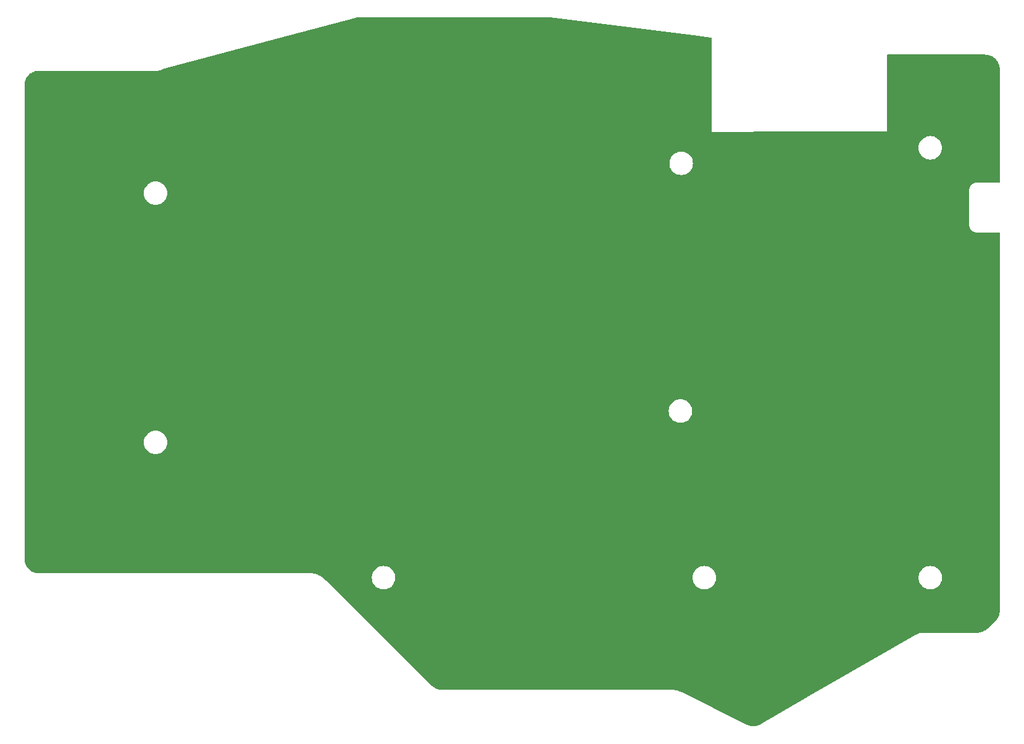
<source format=gbr>
%TF.GenerationSoftware,KiCad,Pcbnew,(5.99.0-8557-g8988e46ab1)*%
%TF.CreationDate,2021-02-27T05:51:48-07:00*%
%TF.ProjectId,SP56_Bottom,53503536-5f42-46f7-9474-6f6d2e6b6963,rev?*%
%TF.SameCoordinates,Original*%
%TF.FileFunction,Copper,L2,Bot*%
%TF.FilePolarity,Positive*%
%FSLAX46Y46*%
G04 Gerber Fmt 4.6, Leading zero omitted, Abs format (unit mm)*
G04 Created by KiCad (PCBNEW (5.99.0-8557-g8988e46ab1)) date 2021-02-27 05:51:48*
%MOMM*%
%LPD*%
G01*
G04 APERTURE LIST*
G04 APERTURE END LIST*
%TA.AperFunction,NonConductor*%
G36*
X151211136Y-34284181D02*
G01*
X151243082Y-34288587D01*
X151332671Y-34287028D01*
X151342562Y-34287245D01*
X151353619Y-34287922D01*
X151445138Y-34293526D01*
X151454981Y-34294517D01*
X151484425Y-34298657D01*
X151540462Y-34306536D01*
X151544935Y-34306525D01*
X151544941Y-34306525D01*
X151573960Y-34306451D01*
X151576999Y-34306443D01*
X151592690Y-34307384D01*
X171213249Y-36718906D01*
X173693323Y-37023727D01*
X173758495Y-37051890D01*
X173798095Y-37110816D01*
X173803952Y-37148786D01*
X173803952Y-49975000D01*
X185187148Y-49939428D01*
X197785835Y-49900057D01*
X197785836Y-49900057D01*
X197803952Y-49900000D01*
X197803952Y-39509000D01*
X197823954Y-39440879D01*
X197877610Y-39394386D01*
X197929952Y-39383000D01*
X211221444Y-39383000D01*
X211242999Y-39384857D01*
X211256810Y-39387255D01*
X211261677Y-39387340D01*
X211264677Y-39387392D01*
X211383918Y-39389474D01*
X211389894Y-39389723D01*
X211456441Y-39394084D01*
X211464643Y-39394892D01*
X211661233Y-39420774D01*
X211669360Y-39422116D01*
X211705581Y-39429320D01*
X211713678Y-39430931D01*
X211721707Y-39432803D01*
X211913264Y-39484130D01*
X211921146Y-39486521D01*
X211963943Y-39501049D01*
X211971641Y-39503946D01*
X212154855Y-39579836D01*
X212162357Y-39583235D01*
X212202893Y-39603225D01*
X212210164Y-39607112D01*
X212381882Y-39706253D01*
X212388884Y-39710607D01*
X212426473Y-39735723D01*
X212433173Y-39740525D01*
X212590485Y-39861235D01*
X212596840Y-39866451D01*
X212630842Y-39896271D01*
X212636858Y-39901906D01*
X212777045Y-40042093D01*
X212782682Y-40048111D01*
X212812497Y-40082109D01*
X212817728Y-40088482D01*
X212938440Y-40245797D01*
X212943243Y-40252500D01*
X212968344Y-40290067D01*
X212972697Y-40297068D01*
X213071838Y-40468784D01*
X213075725Y-40476056D01*
X213095716Y-40516594D01*
X213099119Y-40524104D01*
X213175002Y-40707301D01*
X213177906Y-40715017D01*
X213192429Y-40757800D01*
X213194821Y-40765684D01*
X213208327Y-40816087D01*
X213246148Y-40957237D01*
X213248016Y-40965250D01*
X213256841Y-41009617D01*
X213258177Y-41017711D01*
X213270029Y-41107736D01*
X213284060Y-41214316D01*
X213284868Y-41222519D01*
X213289228Y-41289037D01*
X213289477Y-41295027D01*
X213291640Y-41418864D01*
X213292352Y-41423283D01*
X213294349Y-41435682D01*
X213295952Y-41455719D01*
X213295952Y-56841000D01*
X213275950Y-56909121D01*
X213222294Y-56955614D01*
X213169952Y-56967000D01*
X210192438Y-56967000D01*
X210176474Y-56965985D01*
X210138588Y-56961146D01*
X210133729Y-56961279D01*
X210133724Y-56961279D01*
X210118928Y-56961685D01*
X210099245Y-56962225D01*
X210081523Y-56960895D01*
X210075796Y-56960695D01*
X210066964Y-56959114D01*
X210058046Y-56960075D01*
X210058044Y-56960075D01*
X210022229Y-56963935D01*
X210012181Y-56964613D01*
X210004403Y-56964826D01*
X210004400Y-56964826D01*
X209999922Y-56964949D01*
X209995507Y-56965705D01*
X209995500Y-56965706D01*
X209981929Y-56968031D01*
X209974157Y-56969115D01*
X209971405Y-56969412D01*
X209953001Y-56971395D01*
X209948300Y-56972655D01*
X209948293Y-56972656D01*
X209942136Y-56974306D01*
X209930803Y-56976790D01*
X209921599Y-56978367D01*
X209889925Y-56983793D01*
X209881858Y-56987731D01*
X209880397Y-56988444D01*
X209857738Y-56996920D01*
X209842949Y-57000883D01*
X209820989Y-57004726D01*
X209814597Y-57005268D01*
X209814595Y-57005269D01*
X209805654Y-57006027D01*
X209797287Y-57009264D01*
X209797282Y-57009265D01*
X209771182Y-57019363D01*
X209764242Y-57021627D01*
X209764247Y-57021642D01*
X209760010Y-57023107D01*
X209755679Y-57024268D01*
X209751552Y-57026033D01*
X209751548Y-57026034D01*
X209730849Y-57034884D01*
X209726777Y-57036542D01*
X209703294Y-57045627D01*
X209703291Y-57045628D01*
X209698753Y-57047384D01*
X209694538Y-57049817D01*
X209690147Y-57051919D01*
X209690107Y-57051836D01*
X209683653Y-57055064D01*
X209653066Y-57068142D01*
X209646134Y-57073846D01*
X209646133Y-57073847D01*
X209638225Y-57080355D01*
X209621168Y-57092178D01*
X209600081Y-57104353D01*
X209579873Y-57113743D01*
X209565388Y-57118972D01*
X209558139Y-57124268D01*
X209535543Y-57140776D01*
X209529424Y-57144761D01*
X209529433Y-57144774D01*
X209525729Y-57147279D01*
X209521839Y-57149525D01*
X209513138Y-57156360D01*
X209500589Y-57166217D01*
X209497086Y-57168871D01*
X209472834Y-57186589D01*
X209469391Y-57190032D01*
X209465699Y-57193194D01*
X209465638Y-57193123D01*
X209460243Y-57197909D01*
X209434078Y-57218462D01*
X209428860Y-57225763D01*
X209428859Y-57225765D01*
X209422901Y-57234103D01*
X209409479Y-57249943D01*
X209392267Y-57267155D01*
X209375175Y-57281459D01*
X209362540Y-57290257D01*
X209356912Y-57297245D01*
X209339353Y-57319045D01*
X209334478Y-57324473D01*
X209334490Y-57324483D01*
X209331563Y-57327859D01*
X209328383Y-57331039D01*
X209312173Y-57352670D01*
X209309485Y-57356128D01*
X209293702Y-57375723D01*
X209290640Y-57379525D01*
X209288203Y-57383747D01*
X209285454Y-57387757D01*
X209285377Y-57387704D01*
X209281403Y-57393725D01*
X209261455Y-57420342D01*
X209258306Y-57428742D01*
X209258304Y-57428746D01*
X209254707Y-57438342D01*
X209245842Y-57457118D01*
X209233672Y-57478196D01*
X209220863Y-57496438D01*
X209216728Y-57501339D01*
X209216726Y-57501341D01*
X209210939Y-57508202D01*
X209207308Y-57516414D01*
X209207308Y-57516415D01*
X209195994Y-57542007D01*
X209192686Y-57548519D01*
X209192700Y-57548526D01*
X209190742Y-57552553D01*
X209188499Y-57556438D01*
X209186832Y-57560596D01*
X209186827Y-57560606D01*
X209178444Y-57581514D01*
X209176735Y-57585571D01*
X209164592Y-57613037D01*
X209163333Y-57617737D01*
X209161713Y-57622330D01*
X209161625Y-57622299D01*
X209159344Y-57629147D01*
X209150307Y-57651685D01*
X209150306Y-57651688D01*
X209146965Y-57660021D01*
X209145105Y-57679159D01*
X209141403Y-57699577D01*
X209137434Y-57714387D01*
X209131112Y-57730979D01*
X209129284Y-57736420D01*
X209125248Y-57744437D01*
X209123625Y-57753264D01*
X209123623Y-57753269D01*
X209117107Y-57788696D01*
X209114893Y-57798512D01*
X209113093Y-57805231D01*
X209111719Y-57810359D01*
X209111185Y-57814801D01*
X209111185Y-57814803D01*
X209109541Y-57828490D01*
X209108362Y-57836251D01*
X209104515Y-57857169D01*
X209104382Y-57862025D01*
X209104206Y-57868423D01*
X209103354Y-57879990D01*
X209099479Y-57912248D01*
X209099479Y-57912252D01*
X209098409Y-57921161D01*
X209099883Y-57930018D01*
X209099883Y-57930021D01*
X209100148Y-57931616D01*
X209101811Y-57955753D01*
X209100712Y-57995834D01*
X209101225Y-58000282D01*
X209105646Y-58038616D01*
X209106476Y-58053052D01*
X209106476Y-62697039D01*
X209105461Y-62713003D01*
X209100622Y-62750889D01*
X209100755Y-62755748D01*
X209100755Y-62755753D01*
X209100997Y-62764571D01*
X209101579Y-62785772D01*
X209101701Y-62790226D01*
X209100371Y-62807953D01*
X209100171Y-62813680D01*
X209098590Y-62822512D01*
X209099551Y-62831430D01*
X209099551Y-62831432D01*
X209103411Y-62867246D01*
X209104089Y-62877295D01*
X209104425Y-62889555D01*
X209107510Y-62907563D01*
X209108591Y-62915316D01*
X209110871Y-62936475D01*
X209113782Y-62947336D01*
X209116268Y-62958680D01*
X209123269Y-62999551D01*
X209127207Y-63007618D01*
X209127920Y-63009079D01*
X209136396Y-63031738D01*
X209140359Y-63046527D01*
X209144202Y-63068487D01*
X209145503Y-63083821D01*
X209158840Y-63118296D01*
X209161102Y-63125228D01*
X209161116Y-63125223D01*
X209162584Y-63129469D01*
X209163744Y-63133797D01*
X209174370Y-63158649D01*
X209176011Y-63162682D01*
X209185103Y-63186182D01*
X209186860Y-63190723D01*
X209189293Y-63194937D01*
X209191394Y-63199327D01*
X209191311Y-63199367D01*
X209194540Y-63205823D01*
X209207618Y-63236410D01*
X209213324Y-63243344D01*
X209219836Y-63251258D01*
X209231662Y-63268322D01*
X209243829Y-63289397D01*
X209253220Y-63309605D01*
X209258449Y-63324088D01*
X209263742Y-63331334D01*
X209263744Y-63331337D01*
X209280256Y-63353940D01*
X209284237Y-63360051D01*
X209284249Y-63360043D01*
X209286760Y-63363755D01*
X209289001Y-63367636D01*
X209291773Y-63371164D01*
X209291773Y-63371165D01*
X209305688Y-63388881D01*
X209308342Y-63392384D01*
X209321068Y-63409802D01*
X209326065Y-63416643D01*
X209329513Y-63420091D01*
X209332672Y-63423780D01*
X209332601Y-63423841D01*
X209337394Y-63429244D01*
X209357938Y-63455398D01*
X209372382Y-63465720D01*
X209373584Y-63466579D01*
X209389420Y-63479998D01*
X209406626Y-63497204D01*
X209420932Y-63514297D01*
X209429733Y-63526936D01*
X209436724Y-63532567D01*
X209436726Y-63532569D01*
X209458522Y-63550124D01*
X209463955Y-63555003D01*
X209463965Y-63554991D01*
X209467344Y-63557921D01*
X209470516Y-63561093D01*
X209474099Y-63563778D01*
X209474102Y-63563781D01*
X209492136Y-63577297D01*
X209495605Y-63579993D01*
X209519000Y-63598836D01*
X209523215Y-63601269D01*
X209527235Y-63604024D01*
X209527182Y-63604101D01*
X209533201Y-63608073D01*
X209559818Y-63628022D01*
X209577830Y-63634774D01*
X209596595Y-63643635D01*
X209617670Y-63655803D01*
X209635908Y-63668608D01*
X209647678Y-63678537D01*
X209655889Y-63682167D01*
X209681478Y-63693480D01*
X209687998Y-63696791D01*
X209688004Y-63696778D01*
X209692036Y-63698738D01*
X209695914Y-63700977D01*
X209700065Y-63702641D01*
X209700070Y-63702644D01*
X209721004Y-63711038D01*
X209725054Y-63712745D01*
X209748063Y-63722917D01*
X209748066Y-63722918D01*
X209752513Y-63724884D01*
X209757212Y-63726143D01*
X209761802Y-63727762D01*
X209761771Y-63727849D01*
X209768619Y-63730131D01*
X209791160Y-63739169D01*
X209791163Y-63739170D01*
X209799496Y-63742511D01*
X209817112Y-63744223D01*
X209818629Y-63744370D01*
X209839055Y-63748073D01*
X209853856Y-63752039D01*
X209870456Y-63758365D01*
X209875899Y-63760193D01*
X209883913Y-63764228D01*
X209892740Y-63765851D01*
X209892745Y-63765853D01*
X209928172Y-63772369D01*
X209937988Y-63774583D01*
X209944703Y-63776382D01*
X209949835Y-63777757D01*
X209967968Y-63779935D01*
X209975726Y-63781113D01*
X209996645Y-63784961D01*
X210001508Y-63785094D01*
X210001522Y-63785096D01*
X210007893Y-63785271D01*
X210019459Y-63786122D01*
X210046152Y-63789328D01*
X210060637Y-63791068D01*
X210069493Y-63789594D01*
X210069497Y-63789594D01*
X210071093Y-63789328D01*
X210095231Y-63787665D01*
X210135311Y-63788764D01*
X210178093Y-63783830D01*
X210192528Y-63783000D01*
X213169952Y-63783000D01*
X213238073Y-63803002D01*
X213284566Y-63856658D01*
X213295952Y-63909000D01*
X213295952Y-115620337D01*
X213294199Y-115641280D01*
X213291471Y-115657464D01*
X213290682Y-115720314D01*
X213289826Y-115788571D01*
X213289617Y-115794415D01*
X213287422Y-115831599D01*
X213286766Y-115838995D01*
X213280227Y-115894192D01*
X213263861Y-116032320D01*
X213262769Y-116039671D01*
X213258403Y-116064091D01*
X213256881Y-116071360D01*
X213211391Y-116260629D01*
X213209443Y-116267799D01*
X213202231Y-116291546D01*
X213199864Y-116298586D01*
X213171963Y-116374129D01*
X213132408Y-116481221D01*
X213129657Y-116488044D01*
X213119673Y-116510841D01*
X213116521Y-116517499D01*
X213028044Y-116690927D01*
X213024498Y-116697398D01*
X213011893Y-116718877D01*
X213007968Y-116725134D01*
X212899805Y-116886790D01*
X212899729Y-116886904D01*
X212895418Y-116892952D01*
X212880406Y-116912755D01*
X212875745Y-116918541D01*
X212749238Y-117066434D01*
X212744245Y-117071934D01*
X212718356Y-117098816D01*
X212714201Y-117102935D01*
X212624627Y-117187692D01*
X212624621Y-117187698D01*
X212621375Y-117190770D01*
X212609217Y-117206092D01*
X212595971Y-117220362D01*
X211976423Y-117792048D01*
X211577088Y-118160532D01*
X211560253Y-118173611D01*
X211551581Y-118179241D01*
X211551575Y-118179245D01*
X211547491Y-118181897D01*
X211451222Y-118268098D01*
X211446717Y-118271944D01*
X211406705Y-118304508D01*
X211400488Y-118309256D01*
X211240921Y-118423422D01*
X211234427Y-118427769D01*
X211204848Y-118446269D01*
X211198090Y-118450210D01*
X211025609Y-118543727D01*
X211018620Y-118547240D01*
X210986987Y-118561929D01*
X210979791Y-118565003D01*
X210797030Y-118636440D01*
X210789666Y-118639058D01*
X210760904Y-118648287D01*
X210756452Y-118649716D01*
X210748934Y-118651873D01*
X210558779Y-118700108D01*
X210551144Y-118701795D01*
X210516803Y-118708268D01*
X210509074Y-118709477D01*
X210455212Y-118716202D01*
X210314404Y-118733781D01*
X210306639Y-118734507D01*
X210280318Y-118736144D01*
X210255168Y-118737707D01*
X210249236Y-118737936D01*
X210147999Y-118739451D01*
X210123293Y-118739821D01*
X210105211Y-118742687D01*
X210085487Y-118744241D01*
X203079108Y-118744241D01*
X203061901Y-118743061D01*
X203058825Y-118742637D01*
X203029918Y-118738652D01*
X202835506Y-118742048D01*
X202830341Y-118742032D01*
X202807926Y-118741504D01*
X202803091Y-118742141D01*
X202802842Y-118742154D01*
X202798453Y-118742637D01*
X202797633Y-118742710D01*
X202793154Y-118742788D01*
X202788734Y-118743500D01*
X202788733Y-118743500D01*
X202772483Y-118746117D01*
X202768894Y-118746642D01*
X202443247Y-118789514D01*
X202440302Y-118789867D01*
X202426226Y-118791384D01*
X202416594Y-118792422D01*
X202412183Y-118793604D01*
X202410906Y-118793772D01*
X202409899Y-118794054D01*
X202409900Y-118794054D01*
X202397322Y-118797578D01*
X202395939Y-118797957D01*
X202061262Y-118887632D01*
X202058390Y-118888365D01*
X202039994Y-118892833D01*
X202039985Y-118892836D01*
X202035258Y-118893984D01*
X202031044Y-118895730D01*
X202029792Y-118896065D01*
X202028819Y-118896481D01*
X202028816Y-118896482D01*
X202016777Y-118901630D01*
X202015503Y-118902167D01*
X201704417Y-119031022D01*
X201699649Y-119032883D01*
X201678565Y-119040620D01*
X201674309Y-119042979D01*
X201674088Y-119043080D01*
X201670177Y-119045141D01*
X201669441Y-119045509D01*
X201665294Y-119047227D01*
X201661442Y-119049509D01*
X201661431Y-119049515D01*
X201647284Y-119057898D01*
X201644138Y-119059702D01*
X201545925Y-119114141D01*
X201471454Y-119155420D01*
X201450077Y-119171616D01*
X201442302Y-119177507D01*
X201429211Y-119186196D01*
X189975537Y-125798978D01*
X186983676Y-127526330D01*
X186734799Y-127670019D01*
X180502256Y-131268379D01*
X180482982Y-131277430D01*
X180468605Y-131282749D01*
X180355565Y-131345806D01*
X180350353Y-131348555D01*
X180305303Y-131370974D01*
X180298257Y-131374213D01*
X180117614Y-131450575D01*
X180110380Y-131453372D01*
X180098603Y-131457513D01*
X180078256Y-131464666D01*
X180070835Y-131467020D01*
X179882232Y-131520493D01*
X179874677Y-131522385D01*
X179841412Y-131529630D01*
X179833751Y-131531052D01*
X179639970Y-131560855D01*
X179632245Y-131561799D01*
X179598346Y-131564885D01*
X179590584Y-131565350D01*
X179394606Y-131571023D01*
X179386829Y-131571008D01*
X179372415Y-131570534D01*
X179352798Y-131569888D01*
X179345026Y-131569391D01*
X179237221Y-131559149D01*
X179149845Y-131550847D01*
X179142133Y-131549873D01*
X179122413Y-131546761D01*
X179108517Y-131544567D01*
X179100866Y-131543115D01*
X178909477Y-131500641D01*
X178901934Y-131498721D01*
X178869168Y-131489291D01*
X178861780Y-131486914D01*
X178677103Y-131421160D01*
X178669875Y-131418333D01*
X178623577Y-131398547D01*
X178618190Y-131396092D01*
X178508694Y-131343071D01*
X178504657Y-131341116D01*
X178487112Y-131335521D01*
X178468822Y-131328062D01*
X169703638Y-126922746D01*
X169688230Y-126913573D01*
X169664302Y-126896912D01*
X169559388Y-126845743D01*
X169509295Y-126821311D01*
X169503717Y-126818417D01*
X169485669Y-126808469D01*
X169481093Y-126806802D01*
X169480954Y-126806739D01*
X169475931Y-126804606D01*
X169475904Y-126804672D01*
X169471756Y-126803003D01*
X169467722Y-126801035D01*
X169463453Y-126799660D01*
X169463445Y-126799657D01*
X169448730Y-126794918D01*
X169444235Y-126793377D01*
X169181829Y-126697803D01*
X169177382Y-126696087D01*
X169156143Y-126687423D01*
X169151403Y-126686299D01*
X169151298Y-126686265D01*
X169147242Y-126685206D01*
X169143363Y-126683793D01*
X169138982Y-126682873D01*
X169138976Y-126682871D01*
X169122823Y-126679478D01*
X169119650Y-126678768D01*
X168841541Y-126612811D01*
X168836900Y-126611617D01*
X168814788Y-126605476D01*
X168809954Y-126604911D01*
X168809833Y-126604887D01*
X168805682Y-126604306D01*
X168801671Y-126603355D01*
X168784315Y-126601778D01*
X168780790Y-126601457D01*
X168777561Y-126601121D01*
X168624255Y-126583191D01*
X168498861Y-126568525D01*
X168492639Y-126567639D01*
X168477143Y-126565036D01*
X168477134Y-126565035D01*
X168472346Y-126564231D01*
X168467487Y-126564173D01*
X168467299Y-126564156D01*
X168461882Y-126563808D01*
X168461879Y-126563878D01*
X168457396Y-126563675D01*
X168452948Y-126563155D01*
X168432949Y-126563671D01*
X168428235Y-126563704D01*
X168347102Y-126562735D01*
X168258121Y-126561672D01*
X168258115Y-126561672D01*
X168253646Y-126561619D01*
X168249215Y-126562200D01*
X168249209Y-126562200D01*
X168220740Y-126565931D01*
X168204369Y-126566999D01*
X136879979Y-126566999D01*
X136858448Y-126565146D01*
X136849339Y-126563566D01*
X136849336Y-126563566D01*
X136844546Y-126562735D01*
X136813574Y-126562200D01*
X136717315Y-126560537D01*
X136711284Y-126560288D01*
X136684682Y-126558552D01*
X136645883Y-126556018D01*
X136637742Y-126555220D01*
X136496941Y-126536757D01*
X136441327Y-126529464D01*
X136433224Y-126528132D01*
X136389616Y-126519493D01*
X136381614Y-126517635D01*
X136190215Y-126466559D01*
X136182355Y-126464185D01*
X136171310Y-126460452D01*
X136140270Y-126449959D01*
X136132590Y-126447081D01*
X135949434Y-126371545D01*
X135941948Y-126368168D01*
X135940354Y-126367385D01*
X135902052Y-126348582D01*
X135894820Y-126344734D01*
X135796813Y-126288418D01*
X135723074Y-126246046D01*
X135716091Y-126241725D01*
X135679059Y-126217105D01*
X135672371Y-126212337D01*
X135514914Y-126092156D01*
X135508550Y-126086962D01*
X135459164Y-126043897D01*
X135454711Y-126039822D01*
X135368520Y-125957070D01*
X135365287Y-125953966D01*
X135351373Y-125943973D01*
X135336053Y-125931002D01*
X129431771Y-120062943D01*
X120812715Y-111496764D01*
X120801340Y-111483792D01*
X120781833Y-111458201D01*
X120642143Y-111324083D01*
X120638464Y-111320402D01*
X120622981Y-111304255D01*
X120619110Y-111301301D01*
X120618916Y-111301127D01*
X120615549Y-111298443D01*
X120614711Y-111297746D01*
X120611479Y-111294643D01*
X120594484Y-111282438D01*
X120591535Y-111280254D01*
X120453634Y-111175000D01*
X127150976Y-111175000D01*
X127170841Y-111427407D01*
X127171995Y-111432214D01*
X127171996Y-111432220D01*
X127196849Y-111535741D01*
X127229946Y-111673599D01*
X127231839Y-111678170D01*
X127231840Y-111678172D01*
X127237278Y-111691299D01*
X127326837Y-111907514D01*
X127459127Y-112123392D01*
X127462338Y-112127152D01*
X127462342Y-112127157D01*
X127521168Y-112196033D01*
X127623559Y-112315917D01*
X127627321Y-112319130D01*
X127812319Y-112477134D01*
X127812324Y-112477138D01*
X127816084Y-112480349D01*
X128031962Y-112612639D01*
X128036532Y-112614532D01*
X128036536Y-112614534D01*
X128261304Y-112707636D01*
X128265877Y-112709530D01*
X128350582Y-112729866D01*
X128507256Y-112767480D01*
X128507262Y-112767481D01*
X128512069Y-112768635D01*
X128764476Y-112788500D01*
X129016883Y-112768635D01*
X129021690Y-112767481D01*
X129021696Y-112767480D01*
X129178370Y-112729866D01*
X129263075Y-112709530D01*
X129267648Y-112707636D01*
X129492416Y-112614534D01*
X129492420Y-112614532D01*
X129496990Y-112612639D01*
X129712868Y-112480349D01*
X129716628Y-112477138D01*
X129716633Y-112477134D01*
X129901631Y-112319130D01*
X129905393Y-112315917D01*
X130007784Y-112196033D01*
X130066610Y-112127157D01*
X130066614Y-112127152D01*
X130069825Y-112123392D01*
X130202115Y-111907514D01*
X130291675Y-111691299D01*
X130297112Y-111678172D01*
X130297113Y-111678170D01*
X130299006Y-111673599D01*
X130332103Y-111535741D01*
X130356956Y-111432220D01*
X130356957Y-111432214D01*
X130358111Y-111427407D01*
X130377976Y-111175000D01*
X171150976Y-111175000D01*
X171170841Y-111427407D01*
X171171995Y-111432214D01*
X171171996Y-111432220D01*
X171196849Y-111535741D01*
X171229946Y-111673599D01*
X171231839Y-111678170D01*
X171231840Y-111678172D01*
X171237278Y-111691299D01*
X171326837Y-111907514D01*
X171459127Y-112123392D01*
X171462338Y-112127152D01*
X171462342Y-112127157D01*
X171521168Y-112196033D01*
X171623559Y-112315917D01*
X171627321Y-112319130D01*
X171812319Y-112477134D01*
X171812324Y-112477138D01*
X171816084Y-112480349D01*
X172031962Y-112612639D01*
X172036532Y-112614532D01*
X172036536Y-112614534D01*
X172261304Y-112707636D01*
X172265877Y-112709530D01*
X172350582Y-112729866D01*
X172507256Y-112767480D01*
X172507262Y-112767481D01*
X172512069Y-112768635D01*
X172764476Y-112788500D01*
X173016883Y-112768635D01*
X173021690Y-112767481D01*
X173021696Y-112767480D01*
X173178370Y-112729866D01*
X173263075Y-112709530D01*
X173267648Y-112707636D01*
X173492416Y-112614534D01*
X173492420Y-112614532D01*
X173496990Y-112612639D01*
X173712868Y-112480349D01*
X173716628Y-112477138D01*
X173716633Y-112477134D01*
X173901631Y-112319130D01*
X173905393Y-112315917D01*
X174007784Y-112196033D01*
X174066610Y-112127157D01*
X174066614Y-112127152D01*
X174069825Y-112123392D01*
X174202115Y-111907514D01*
X174291675Y-111691299D01*
X174297112Y-111678172D01*
X174297113Y-111678170D01*
X174299006Y-111673599D01*
X174332103Y-111535741D01*
X174356956Y-111432220D01*
X174356957Y-111432214D01*
X174358111Y-111427407D01*
X174377976Y-111175000D01*
X202150976Y-111175000D01*
X202170841Y-111427407D01*
X202171995Y-111432214D01*
X202171996Y-111432220D01*
X202196849Y-111535741D01*
X202229946Y-111673599D01*
X202231839Y-111678170D01*
X202231840Y-111678172D01*
X202237278Y-111691299D01*
X202326837Y-111907514D01*
X202459127Y-112123392D01*
X202462338Y-112127152D01*
X202462342Y-112127157D01*
X202521168Y-112196033D01*
X202623559Y-112315917D01*
X202627321Y-112319130D01*
X202812319Y-112477134D01*
X202812324Y-112477138D01*
X202816084Y-112480349D01*
X203031962Y-112612639D01*
X203036532Y-112614532D01*
X203036536Y-112614534D01*
X203261304Y-112707636D01*
X203265877Y-112709530D01*
X203350582Y-112729866D01*
X203507256Y-112767480D01*
X203507262Y-112767481D01*
X203512069Y-112768635D01*
X203764476Y-112788500D01*
X204016883Y-112768635D01*
X204021690Y-112767481D01*
X204021696Y-112767480D01*
X204178370Y-112729866D01*
X204263075Y-112709530D01*
X204267648Y-112707636D01*
X204492416Y-112614534D01*
X204492420Y-112614532D01*
X204496990Y-112612639D01*
X204712868Y-112480349D01*
X204716628Y-112477138D01*
X204716633Y-112477134D01*
X204901631Y-112319130D01*
X204905393Y-112315917D01*
X205007784Y-112196033D01*
X205066610Y-112127157D01*
X205066614Y-112127152D01*
X205069825Y-112123392D01*
X205202115Y-111907514D01*
X205291675Y-111691299D01*
X205297112Y-111678172D01*
X205297113Y-111678170D01*
X205299006Y-111673599D01*
X205332103Y-111535741D01*
X205356956Y-111432220D01*
X205356957Y-111432214D01*
X205358111Y-111427407D01*
X205377976Y-111175000D01*
X205358111Y-110922593D01*
X205348569Y-110882844D01*
X205311700Y-110729275D01*
X205299006Y-110676401D01*
X205273635Y-110615150D01*
X205204010Y-110447060D01*
X205204008Y-110447056D01*
X205202115Y-110442486D01*
X205069825Y-110226608D01*
X205066614Y-110222848D01*
X205066610Y-110222843D01*
X204921298Y-110052705D01*
X204905393Y-110034083D01*
X204759186Y-109909210D01*
X204716633Y-109872866D01*
X204716628Y-109872862D01*
X204712868Y-109869651D01*
X204496990Y-109737361D01*
X204492420Y-109735468D01*
X204492416Y-109735466D01*
X204267648Y-109642364D01*
X204267646Y-109642363D01*
X204263075Y-109640470D01*
X204178370Y-109620134D01*
X204021696Y-109582520D01*
X204021690Y-109582519D01*
X204016883Y-109581365D01*
X203764476Y-109561500D01*
X203512069Y-109581365D01*
X203507262Y-109582519D01*
X203507256Y-109582520D01*
X203350582Y-109620134D01*
X203265877Y-109640470D01*
X203261306Y-109642363D01*
X203261304Y-109642364D01*
X203036536Y-109735466D01*
X203036532Y-109735468D01*
X203031962Y-109737361D01*
X202816084Y-109869651D01*
X202812324Y-109872862D01*
X202812319Y-109872866D01*
X202769766Y-109909210D01*
X202623559Y-110034083D01*
X202607654Y-110052705D01*
X202462342Y-110222843D01*
X202462338Y-110222848D01*
X202459127Y-110226608D01*
X202326837Y-110442486D01*
X202324944Y-110447056D01*
X202324942Y-110447060D01*
X202255317Y-110615150D01*
X202229946Y-110676401D01*
X202217252Y-110729275D01*
X202180384Y-110882844D01*
X202170841Y-110922593D01*
X202150976Y-111175000D01*
X174377976Y-111175000D01*
X174358111Y-110922593D01*
X174348569Y-110882844D01*
X174311700Y-110729275D01*
X174299006Y-110676401D01*
X174273635Y-110615150D01*
X174204010Y-110447060D01*
X174204008Y-110447056D01*
X174202115Y-110442486D01*
X174069825Y-110226608D01*
X174066614Y-110222848D01*
X174066610Y-110222843D01*
X173921298Y-110052705D01*
X173905393Y-110034083D01*
X173759186Y-109909210D01*
X173716633Y-109872866D01*
X173716628Y-109872862D01*
X173712868Y-109869651D01*
X173496990Y-109737361D01*
X173492420Y-109735468D01*
X173492416Y-109735466D01*
X173267648Y-109642364D01*
X173267646Y-109642363D01*
X173263075Y-109640470D01*
X173178370Y-109620134D01*
X173021696Y-109582520D01*
X173021690Y-109582519D01*
X173016883Y-109581365D01*
X172764476Y-109561500D01*
X172512069Y-109581365D01*
X172507262Y-109582519D01*
X172507256Y-109582520D01*
X172350582Y-109620134D01*
X172265877Y-109640470D01*
X172261306Y-109642363D01*
X172261304Y-109642364D01*
X172036536Y-109735466D01*
X172036532Y-109735468D01*
X172031962Y-109737361D01*
X171816084Y-109869651D01*
X171812324Y-109872862D01*
X171812319Y-109872866D01*
X171769766Y-109909210D01*
X171623559Y-110034083D01*
X171607654Y-110052705D01*
X171462342Y-110222843D01*
X171462338Y-110222848D01*
X171459127Y-110226608D01*
X171326837Y-110442486D01*
X171324944Y-110447056D01*
X171324942Y-110447060D01*
X171255317Y-110615150D01*
X171229946Y-110676401D01*
X171217252Y-110729275D01*
X171180384Y-110882844D01*
X171170841Y-110922593D01*
X171150976Y-111175000D01*
X130377976Y-111175000D01*
X130358111Y-110922593D01*
X130348569Y-110882844D01*
X130311700Y-110729275D01*
X130299006Y-110676401D01*
X130273635Y-110615150D01*
X130204010Y-110447060D01*
X130204008Y-110447056D01*
X130202115Y-110442486D01*
X130069825Y-110226608D01*
X130066614Y-110222848D01*
X130066610Y-110222843D01*
X129921298Y-110052705D01*
X129905393Y-110034083D01*
X129759186Y-109909210D01*
X129716633Y-109872866D01*
X129716628Y-109872862D01*
X129712868Y-109869651D01*
X129496990Y-109737361D01*
X129492420Y-109735468D01*
X129492416Y-109735466D01*
X129267648Y-109642364D01*
X129267646Y-109642363D01*
X129263075Y-109640470D01*
X129178370Y-109620134D01*
X129021696Y-109582520D01*
X129021690Y-109582519D01*
X129016883Y-109581365D01*
X128764476Y-109561500D01*
X128512069Y-109581365D01*
X128507262Y-109582519D01*
X128507256Y-109582520D01*
X128350582Y-109620134D01*
X128265877Y-109640470D01*
X128261306Y-109642363D01*
X128261304Y-109642364D01*
X128036536Y-109735466D01*
X128036532Y-109735468D01*
X128031962Y-109737361D01*
X127816084Y-109869651D01*
X127812324Y-109872862D01*
X127812319Y-109872866D01*
X127769766Y-109909210D01*
X127623559Y-110034083D01*
X127607654Y-110052705D01*
X127462342Y-110222843D01*
X127462338Y-110222848D01*
X127459127Y-110226608D01*
X127326837Y-110442486D01*
X127324944Y-110447056D01*
X127324942Y-110447060D01*
X127255317Y-110615150D01*
X127229946Y-110676401D01*
X127217252Y-110729275D01*
X127180384Y-110882844D01*
X127170841Y-110922593D01*
X127150976Y-111175000D01*
X120453634Y-111175000D01*
X120447175Y-111170070D01*
X120331888Y-111082076D01*
X120329521Y-111080224D01*
X120314679Y-111068319D01*
X120314678Y-111068318D01*
X120310885Y-111065276D01*
X120306806Y-111062932D01*
X120305679Y-111062072D01*
X120302722Y-111060419D01*
X120302712Y-111060413D01*
X120292742Y-111054840D01*
X120291445Y-111054105D01*
X120071162Y-110927527D01*
X119993375Y-110882829D01*
X119990827Y-110881324D01*
X119970365Y-110868902D01*
X119966015Y-110867108D01*
X119964788Y-110866403D01*
X119951036Y-110860921D01*
X119949711Y-110860384D01*
X119931429Y-110852844D01*
X119815930Y-110805211D01*
X119631805Y-110729275D01*
X119629016Y-110728085D01*
X119611660Y-110720434D01*
X119607203Y-110718469D01*
X119602670Y-110717259D01*
X119601350Y-110716715D01*
X119598046Y-110715875D01*
X119598025Y-110715869D01*
X119586865Y-110713032D01*
X119585420Y-110712656D01*
X119386386Y-110659544D01*
X119253391Y-110624054D01*
X119250498Y-110623245D01*
X119232229Y-110617895D01*
X119232221Y-110617893D01*
X119227565Y-110616530D01*
X119222902Y-110615918D01*
X119221532Y-110615553D01*
X119218153Y-110615151D01*
X119218149Y-110615150D01*
X119206803Y-110613799D01*
X119205364Y-110613619D01*
X118873944Y-110570159D01*
X118868811Y-110569378D01*
X118851548Y-110566384D01*
X118851546Y-110566384D01*
X118846750Y-110565552D01*
X118841888Y-110565468D01*
X118841614Y-110565442D01*
X118837333Y-110565278D01*
X118836219Y-110565212D01*
X118831788Y-110564631D01*
X118827313Y-110564684D01*
X118827311Y-110564684D01*
X118810877Y-110564879D01*
X118807207Y-110564869D01*
X118615107Y-110561551D01*
X118615101Y-110561551D01*
X118610626Y-110561474D01*
X118579039Y-110565442D01*
X118574462Y-110566017D01*
X118558757Y-110567000D01*
X81571984Y-110567000D01*
X81550429Y-110565143D01*
X81548908Y-110564879D01*
X81536618Y-110562745D01*
X81531751Y-110562660D01*
X81528751Y-110562608D01*
X81409510Y-110560526D01*
X81403534Y-110560277D01*
X81336981Y-110555915D01*
X81328794Y-110555109D01*
X81132200Y-110529227D01*
X81124068Y-110527884D01*
X81079749Y-110519068D01*
X81071721Y-110517196D01*
X80880161Y-110465869D01*
X80872288Y-110463481D01*
X80829482Y-110448950D01*
X80821802Y-110446060D01*
X80704473Y-110397461D01*
X80638564Y-110370160D01*
X80631062Y-110366760D01*
X80590526Y-110346770D01*
X80583268Y-110342891D01*
X80411551Y-110243750D01*
X80404550Y-110239397D01*
X80379775Y-110222843D01*
X80366950Y-110214274D01*
X80360265Y-110209482D01*
X80202960Y-110088778D01*
X80196587Y-110083548D01*
X80162595Y-110053738D01*
X80156577Y-110048101D01*
X80016383Y-109907907D01*
X80010746Y-109901889D01*
X79980922Y-109867881D01*
X79975692Y-109861508D01*
X79854998Y-109704218D01*
X79850210Y-109697537D01*
X79825075Y-109659920D01*
X79820730Y-109652932D01*
X79721586Y-109481209D01*
X79717699Y-109473937D01*
X79697713Y-109433409D01*
X79694310Y-109425899D01*
X79618426Y-109242699D01*
X79615522Y-109234983D01*
X79600999Y-109192200D01*
X79598605Y-109184309D01*
X79597189Y-109179024D01*
X79547278Y-108992755D01*
X79545412Y-108984750D01*
X79536587Y-108940383D01*
X79535251Y-108932289D01*
X79515536Y-108782535D01*
X79509368Y-108735684D01*
X79508560Y-108727481D01*
X79507322Y-108708599D01*
X79504200Y-108660963D01*
X79503951Y-108654973D01*
X79501788Y-108531136D01*
X79499079Y-108514318D01*
X79497476Y-108494281D01*
X79497476Y-92600000D01*
X95875976Y-92600000D01*
X95895841Y-92852407D01*
X95954946Y-93098599D01*
X96051837Y-93332514D01*
X96184127Y-93548392D01*
X96187338Y-93552152D01*
X96187342Y-93552157D01*
X96332654Y-93722295D01*
X96348559Y-93740917D01*
X96352321Y-93744130D01*
X96537319Y-93902134D01*
X96537324Y-93902138D01*
X96541084Y-93905349D01*
X96756962Y-94037639D01*
X96761532Y-94039532D01*
X96761536Y-94039534D01*
X96986304Y-94132636D01*
X96990877Y-94134530D01*
X97075582Y-94154866D01*
X97232256Y-94192480D01*
X97232262Y-94192481D01*
X97237069Y-94193635D01*
X97489476Y-94213500D01*
X97741883Y-94193635D01*
X97746690Y-94192481D01*
X97746696Y-94192480D01*
X97903370Y-94154866D01*
X97988075Y-94134530D01*
X97992648Y-94132636D01*
X98217416Y-94039534D01*
X98217420Y-94039532D01*
X98221990Y-94037639D01*
X98437868Y-93905349D01*
X98441628Y-93902138D01*
X98441633Y-93902134D01*
X98626631Y-93744130D01*
X98630393Y-93740917D01*
X98646298Y-93722295D01*
X98791610Y-93552157D01*
X98791614Y-93552152D01*
X98794825Y-93548392D01*
X98927115Y-93332514D01*
X99024006Y-93098599D01*
X99083111Y-92852407D01*
X99102976Y-92600000D01*
X99083111Y-92347593D01*
X99024006Y-92101401D01*
X98927115Y-91867486D01*
X98794825Y-91651608D01*
X98791614Y-91647848D01*
X98791610Y-91647843D01*
X98633606Y-91462845D01*
X98630393Y-91459083D01*
X98611771Y-91443178D01*
X98441633Y-91297866D01*
X98441628Y-91297862D01*
X98437868Y-91294651D01*
X98221990Y-91162361D01*
X98217420Y-91160468D01*
X98217416Y-91160466D01*
X97992648Y-91067364D01*
X97992646Y-91067363D01*
X97988075Y-91065470D01*
X97903370Y-91045134D01*
X97746696Y-91007520D01*
X97746690Y-91007519D01*
X97741883Y-91006365D01*
X97489476Y-90986500D01*
X97237069Y-91006365D01*
X97232262Y-91007519D01*
X97232256Y-91007520D01*
X97075582Y-91045134D01*
X96990877Y-91065470D01*
X96986306Y-91067363D01*
X96986304Y-91067364D01*
X96761536Y-91160466D01*
X96761532Y-91160468D01*
X96756962Y-91162361D01*
X96541084Y-91294651D01*
X96537324Y-91297862D01*
X96537319Y-91297866D01*
X96367181Y-91443178D01*
X96348559Y-91459083D01*
X96345346Y-91462845D01*
X96187342Y-91647843D01*
X96187338Y-91647848D01*
X96184127Y-91651608D01*
X96051837Y-91867486D01*
X95954946Y-92101401D01*
X95895841Y-92347593D01*
X95875976Y-92600000D01*
X79497476Y-92600000D01*
X79497476Y-88300000D01*
X167875976Y-88300000D01*
X167895841Y-88552407D01*
X167954946Y-88798599D01*
X168051837Y-89032514D01*
X168184127Y-89248392D01*
X168187338Y-89252152D01*
X168187342Y-89252157D01*
X168332654Y-89422295D01*
X168348559Y-89440917D01*
X168352321Y-89444130D01*
X168537319Y-89602134D01*
X168537324Y-89602138D01*
X168541084Y-89605349D01*
X168756962Y-89737639D01*
X168761532Y-89739532D01*
X168761536Y-89739534D01*
X168986304Y-89832636D01*
X168990877Y-89834530D01*
X169075582Y-89854866D01*
X169232256Y-89892480D01*
X169232262Y-89892481D01*
X169237069Y-89893635D01*
X169489476Y-89913500D01*
X169741883Y-89893635D01*
X169746690Y-89892481D01*
X169746696Y-89892480D01*
X169903370Y-89854866D01*
X169988075Y-89834530D01*
X169992648Y-89832636D01*
X170217416Y-89739534D01*
X170217420Y-89739532D01*
X170221990Y-89737639D01*
X170437868Y-89605349D01*
X170441628Y-89602138D01*
X170441633Y-89602134D01*
X170626631Y-89444130D01*
X170630393Y-89440917D01*
X170646298Y-89422295D01*
X170791610Y-89252157D01*
X170791614Y-89252152D01*
X170794825Y-89248392D01*
X170927115Y-89032514D01*
X171024006Y-88798599D01*
X171083111Y-88552407D01*
X171102976Y-88300000D01*
X171083111Y-88047593D01*
X171024006Y-87801401D01*
X170927115Y-87567486D01*
X170794825Y-87351608D01*
X170791614Y-87347848D01*
X170791610Y-87347843D01*
X170633606Y-87162845D01*
X170630393Y-87159083D01*
X170611771Y-87143178D01*
X170441633Y-86997866D01*
X170441628Y-86997862D01*
X170437868Y-86994651D01*
X170221990Y-86862361D01*
X170217420Y-86860468D01*
X170217416Y-86860466D01*
X169992648Y-86767364D01*
X169992646Y-86767363D01*
X169988075Y-86765470D01*
X169903370Y-86745134D01*
X169746696Y-86707520D01*
X169746690Y-86707519D01*
X169741883Y-86706365D01*
X169489476Y-86686500D01*
X169237069Y-86706365D01*
X169232262Y-86707519D01*
X169232256Y-86707520D01*
X169075582Y-86745134D01*
X168990877Y-86765470D01*
X168986306Y-86767363D01*
X168986304Y-86767364D01*
X168761536Y-86860466D01*
X168761532Y-86860468D01*
X168756962Y-86862361D01*
X168541084Y-86994651D01*
X168537324Y-86997862D01*
X168537319Y-86997866D01*
X168367181Y-87143178D01*
X168348559Y-87159083D01*
X168345346Y-87162845D01*
X168187342Y-87347843D01*
X168187338Y-87347848D01*
X168184127Y-87351608D01*
X168051837Y-87567486D01*
X167954946Y-87801401D01*
X167895841Y-88047593D01*
X167875976Y-88300000D01*
X79497476Y-88300000D01*
X79497476Y-58400000D01*
X95875976Y-58400000D01*
X95895841Y-58652407D01*
X95954946Y-58898599D01*
X96051837Y-59132514D01*
X96184127Y-59348392D01*
X96187338Y-59352152D01*
X96187342Y-59352157D01*
X96332654Y-59522295D01*
X96348559Y-59540917D01*
X96352321Y-59544130D01*
X96537319Y-59702134D01*
X96537324Y-59702138D01*
X96541084Y-59705349D01*
X96756962Y-59837639D01*
X96761532Y-59839532D01*
X96761536Y-59839534D01*
X96986304Y-59932636D01*
X96990877Y-59934530D01*
X97075582Y-59954866D01*
X97232256Y-59992480D01*
X97232262Y-59992481D01*
X97237069Y-59993635D01*
X97489476Y-60013500D01*
X97741883Y-59993635D01*
X97746690Y-59992481D01*
X97746696Y-59992480D01*
X97903370Y-59954866D01*
X97988075Y-59934530D01*
X97992648Y-59932636D01*
X98217416Y-59839534D01*
X98217420Y-59839532D01*
X98221990Y-59837639D01*
X98437868Y-59705349D01*
X98441628Y-59702138D01*
X98441633Y-59702134D01*
X98626631Y-59544130D01*
X98630393Y-59540917D01*
X98646298Y-59522295D01*
X98791610Y-59352157D01*
X98791614Y-59352152D01*
X98794825Y-59348392D01*
X98927115Y-59132514D01*
X99024006Y-58898599D01*
X99083111Y-58652407D01*
X99102976Y-58400000D01*
X99083111Y-58147593D01*
X99024006Y-57901401D01*
X99007696Y-57862025D01*
X98929010Y-57672060D01*
X98929008Y-57672056D01*
X98927115Y-57667486D01*
X98794825Y-57451608D01*
X98791614Y-57447848D01*
X98791610Y-57447843D01*
X98633606Y-57262845D01*
X98630393Y-57259083D01*
X98558769Y-57197910D01*
X98441633Y-57097866D01*
X98441628Y-57097862D01*
X98437868Y-57094651D01*
X98242677Y-56975038D01*
X98226210Y-56964947D01*
X98221990Y-56962361D01*
X98217420Y-56960468D01*
X98217416Y-56960466D01*
X97992648Y-56867364D01*
X97992646Y-56867363D01*
X97988075Y-56865470D01*
X97903370Y-56845134D01*
X97746696Y-56807520D01*
X97746690Y-56807519D01*
X97741883Y-56806365D01*
X97489476Y-56786500D01*
X97237069Y-56806365D01*
X97232262Y-56807519D01*
X97232256Y-56807520D01*
X97075582Y-56845134D01*
X96990877Y-56865470D01*
X96986306Y-56867363D01*
X96986304Y-56867364D01*
X96761536Y-56960466D01*
X96761532Y-56960468D01*
X96756962Y-56962361D01*
X96752742Y-56964947D01*
X96736275Y-56975038D01*
X96541084Y-57094651D01*
X96537324Y-57097862D01*
X96537319Y-57097866D01*
X96420183Y-57197910D01*
X96348559Y-57259083D01*
X96345346Y-57262845D01*
X96187342Y-57447843D01*
X96187338Y-57447848D01*
X96184127Y-57451608D01*
X96051837Y-57667486D01*
X96049944Y-57672056D01*
X96049942Y-57672060D01*
X95971256Y-57862025D01*
X95954946Y-57901401D01*
X95895841Y-58147593D01*
X95875976Y-58400000D01*
X79497476Y-58400000D01*
X79497476Y-54300000D01*
X167975976Y-54300000D01*
X167995841Y-54552407D01*
X168054946Y-54798599D01*
X168151837Y-55032514D01*
X168284127Y-55248392D01*
X168287338Y-55252152D01*
X168287342Y-55252157D01*
X168432654Y-55422295D01*
X168448559Y-55440917D01*
X168452321Y-55444130D01*
X168637319Y-55602134D01*
X168637324Y-55602138D01*
X168641084Y-55605349D01*
X168856962Y-55737639D01*
X168861532Y-55739532D01*
X168861536Y-55739534D01*
X169086304Y-55832636D01*
X169090877Y-55834530D01*
X169175582Y-55854866D01*
X169332256Y-55892480D01*
X169332262Y-55892481D01*
X169337069Y-55893635D01*
X169589476Y-55913500D01*
X169841883Y-55893635D01*
X169846690Y-55892481D01*
X169846696Y-55892480D01*
X170003370Y-55854866D01*
X170088075Y-55834530D01*
X170092648Y-55832636D01*
X170317416Y-55739534D01*
X170317420Y-55739532D01*
X170321990Y-55737639D01*
X170537868Y-55605349D01*
X170541628Y-55602138D01*
X170541633Y-55602134D01*
X170726631Y-55444130D01*
X170730393Y-55440917D01*
X170746298Y-55422295D01*
X170891610Y-55252157D01*
X170891614Y-55252152D01*
X170894825Y-55248392D01*
X171027115Y-55032514D01*
X171124006Y-54798599D01*
X171183111Y-54552407D01*
X171202976Y-54300000D01*
X171183111Y-54047593D01*
X171124006Y-53801401D01*
X171110434Y-53768635D01*
X171029010Y-53572060D01*
X171029008Y-53572056D01*
X171027115Y-53567486D01*
X170894825Y-53351608D01*
X170891614Y-53347848D01*
X170891610Y-53347843D01*
X170733606Y-53162845D01*
X170730393Y-53159083D01*
X170711771Y-53143178D01*
X170541633Y-52997866D01*
X170541628Y-52997862D01*
X170537868Y-52994651D01*
X170321990Y-52862361D01*
X170317420Y-52860468D01*
X170317416Y-52860466D01*
X170092648Y-52767364D01*
X170092646Y-52767363D01*
X170088075Y-52765470D01*
X170003370Y-52745134D01*
X169846696Y-52707520D01*
X169846690Y-52707519D01*
X169841883Y-52706365D01*
X169589476Y-52686500D01*
X169337069Y-52706365D01*
X169332262Y-52707519D01*
X169332256Y-52707520D01*
X169175582Y-52745134D01*
X169090877Y-52765470D01*
X169086306Y-52767363D01*
X169086304Y-52767364D01*
X168861536Y-52860466D01*
X168861532Y-52860468D01*
X168856962Y-52862361D01*
X168641084Y-52994651D01*
X168637324Y-52997862D01*
X168637319Y-52997866D01*
X168467181Y-53143178D01*
X168448559Y-53159083D01*
X168445346Y-53162845D01*
X168287342Y-53347843D01*
X168287338Y-53347848D01*
X168284127Y-53351608D01*
X168151837Y-53567486D01*
X168149944Y-53572056D01*
X168149942Y-53572060D01*
X168068518Y-53768635D01*
X168054946Y-53801401D01*
X167995841Y-54047593D01*
X167975976Y-54300000D01*
X79497476Y-54300000D01*
X79497476Y-52175000D01*
X202150976Y-52175000D01*
X202170841Y-52427407D01*
X202229946Y-52673599D01*
X202231839Y-52678170D01*
X202231840Y-52678172D01*
X202243997Y-52707520D01*
X202326837Y-52907514D01*
X202459127Y-53123392D01*
X202462338Y-53127152D01*
X202462342Y-53127157D01*
X202489610Y-53159083D01*
X202623559Y-53315917D01*
X202627321Y-53319130D01*
X202812319Y-53477134D01*
X202812324Y-53477138D01*
X202816084Y-53480349D01*
X203031962Y-53612639D01*
X203036532Y-53614532D01*
X203036536Y-53614534D01*
X203261304Y-53707636D01*
X203265877Y-53709530D01*
X203350582Y-53729866D01*
X203507256Y-53767480D01*
X203507262Y-53767481D01*
X203512069Y-53768635D01*
X203764476Y-53788500D01*
X204016883Y-53768635D01*
X204021690Y-53767481D01*
X204021696Y-53767480D01*
X204178370Y-53729866D01*
X204263075Y-53709530D01*
X204267648Y-53707636D01*
X204492416Y-53614534D01*
X204492420Y-53614532D01*
X204496990Y-53612639D01*
X204712868Y-53480349D01*
X204716628Y-53477138D01*
X204716633Y-53477134D01*
X204901631Y-53319130D01*
X204905393Y-53315917D01*
X205039342Y-53159083D01*
X205066610Y-53127157D01*
X205066614Y-53127152D01*
X205069825Y-53123392D01*
X205202115Y-52907514D01*
X205284956Y-52707520D01*
X205297112Y-52678172D01*
X205297113Y-52678170D01*
X205299006Y-52673599D01*
X205358111Y-52427407D01*
X205377976Y-52175000D01*
X205358111Y-51922593D01*
X205299006Y-51676401D01*
X205202115Y-51442486D01*
X205069825Y-51226608D01*
X205066614Y-51222848D01*
X205066610Y-51222843D01*
X204908606Y-51037845D01*
X204905393Y-51034083D01*
X204886771Y-51018178D01*
X204716633Y-50872866D01*
X204716628Y-50872862D01*
X204712868Y-50869651D01*
X204496990Y-50737361D01*
X204492420Y-50735468D01*
X204492416Y-50735466D01*
X204267648Y-50642364D01*
X204267646Y-50642363D01*
X204263075Y-50640470D01*
X204178370Y-50620134D01*
X204021696Y-50582520D01*
X204021690Y-50582519D01*
X204016883Y-50581365D01*
X203764476Y-50561500D01*
X203512069Y-50581365D01*
X203507262Y-50582519D01*
X203507256Y-50582520D01*
X203350582Y-50620134D01*
X203265877Y-50640470D01*
X203261306Y-50642363D01*
X203261304Y-50642364D01*
X203036536Y-50735466D01*
X203036532Y-50735468D01*
X203031962Y-50737361D01*
X202816084Y-50869651D01*
X202812324Y-50872862D01*
X202812319Y-50872866D01*
X202642181Y-51018178D01*
X202623559Y-51034083D01*
X202620346Y-51037845D01*
X202462342Y-51222843D01*
X202462338Y-51222848D01*
X202459127Y-51226608D01*
X202326837Y-51442486D01*
X202229946Y-51676401D01*
X202170841Y-51922593D01*
X202150976Y-52175000D01*
X79497476Y-52175000D01*
X79497476Y-43657323D01*
X79499309Y-43635911D01*
X79500957Y-43626352D01*
X79501785Y-43621552D01*
X79503874Y-43493470D01*
X79504114Y-43487480D01*
X79507923Y-43427947D01*
X79508693Y-43419935D01*
X79533831Y-43224289D01*
X79535112Y-43216342D01*
X79542821Y-43176617D01*
X79544606Y-43168768D01*
X79594468Y-42977934D01*
X79596750Y-42970217D01*
X79609463Y-42931784D01*
X79612234Y-42924225D01*
X79686007Y-42741310D01*
X79689254Y-42733947D01*
X79706767Y-42697435D01*
X79710479Y-42690291D01*
X79806959Y-42518270D01*
X79811118Y-42511380D01*
X79833140Y-42477400D01*
X79837723Y-42470800D01*
X79955360Y-42312448D01*
X79960350Y-42306161D01*
X79986516Y-42275273D01*
X79991896Y-42269319D01*
X80128741Y-42127262D01*
X80134497Y-42121657D01*
X80164422Y-42094322D01*
X80170537Y-42089085D01*
X80324334Y-41965656D01*
X80330770Y-41960820D01*
X80363908Y-41937541D01*
X80370638Y-41933128D01*
X80538948Y-41830281D01*
X80545928Y-41826316D01*
X80581749Y-41807456D01*
X80588986Y-41803937D01*
X80686134Y-41760469D01*
X80769047Y-41723371D01*
X80776484Y-41720325D01*
X80814420Y-41706183D01*
X80822035Y-41703618D01*
X81010857Y-41646666D01*
X81018615Y-41644594D01*
X81064071Y-41633997D01*
X81076766Y-41631037D01*
X81082634Y-41629816D01*
X81141127Y-41619084D01*
X81163865Y-41617015D01*
X97500363Y-41617015D01*
X97516895Y-41618104D01*
X97547206Y-41622116D01*
X97547210Y-41622116D01*
X97552029Y-41622754D01*
X97556891Y-41622643D01*
X97556895Y-41622643D01*
X97635230Y-41620851D01*
X97737774Y-41618505D01*
X97739461Y-41618224D01*
X97740614Y-41618105D01*
X97745478Y-41617980D01*
X97750259Y-41617109D01*
X97750262Y-41617109D01*
X97763097Y-41614771D01*
X97793634Y-41609210D01*
X97795406Y-41608902D01*
X97847855Y-41600162D01*
X97850211Y-41599025D01*
X97851989Y-41598583D01*
X97936515Y-41583190D01*
X97940955Y-41582646D01*
X97945724Y-41583022D01*
X97954507Y-41581188D01*
X97954509Y-41581188D01*
X97969681Y-41578020D01*
X98000784Y-41571526D01*
X98003848Y-41570927D01*
X98039075Y-41564512D01*
X98043320Y-41563094D01*
X98047679Y-41561975D01*
X98047717Y-41562121D01*
X98050285Y-41561427D01*
X98053157Y-41560592D01*
X98057927Y-41559596D01*
X98088056Y-41548246D01*
X98092536Y-41546654D01*
X98136411Y-41531998D01*
X98136413Y-41531997D01*
X98144924Y-41529154D01*
X98150822Y-41525059D01*
X98158355Y-41521762D01*
X98337192Y-41454390D01*
X98338704Y-41453559D01*
X98339739Y-41453071D01*
X98344285Y-41451344D01*
X98348507Y-41448940D01*
X98348514Y-41448937D01*
X98386706Y-41427193D01*
X98388358Y-41426269D01*
X98424969Y-41406148D01*
X98453132Y-41394841D01*
X114345958Y-37148786D01*
X124928920Y-34321357D01*
X124940275Y-34318878D01*
X125039311Y-34302009D01*
X125050052Y-34300652D01*
X125201064Y-34288155D01*
X125211890Y-34287727D01*
X125322565Y-34288121D01*
X125326997Y-34287502D01*
X125327003Y-34287502D01*
X125350587Y-34284210D01*
X125368004Y-34283000D01*
X137992930Y-34283000D01*
X151036508Y-34282999D01*
X151193922Y-34282999D01*
X151211136Y-34284181D01*
G37*
%TD.AperFunction*%
M02*

</source>
